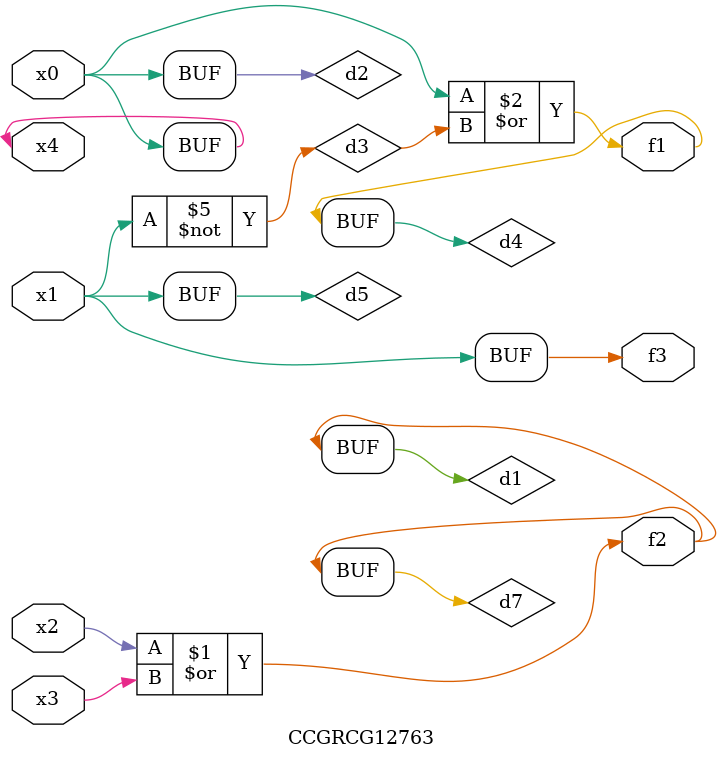
<source format=v>
module CCGRCG12763(
	input x0, x1, x2, x3, x4,
	output f1, f2, f3
);

	wire d1, d2, d3, d4, d5, d6, d7;

	or (d1, x2, x3);
	buf (d2, x0, x4);
	not (d3, x1);
	or (d4, d2, d3);
	not (d5, d3);
	nand (d6, d1, d3);
	or (d7, d1);
	assign f1 = d4;
	assign f2 = d7;
	assign f3 = d5;
endmodule

</source>
